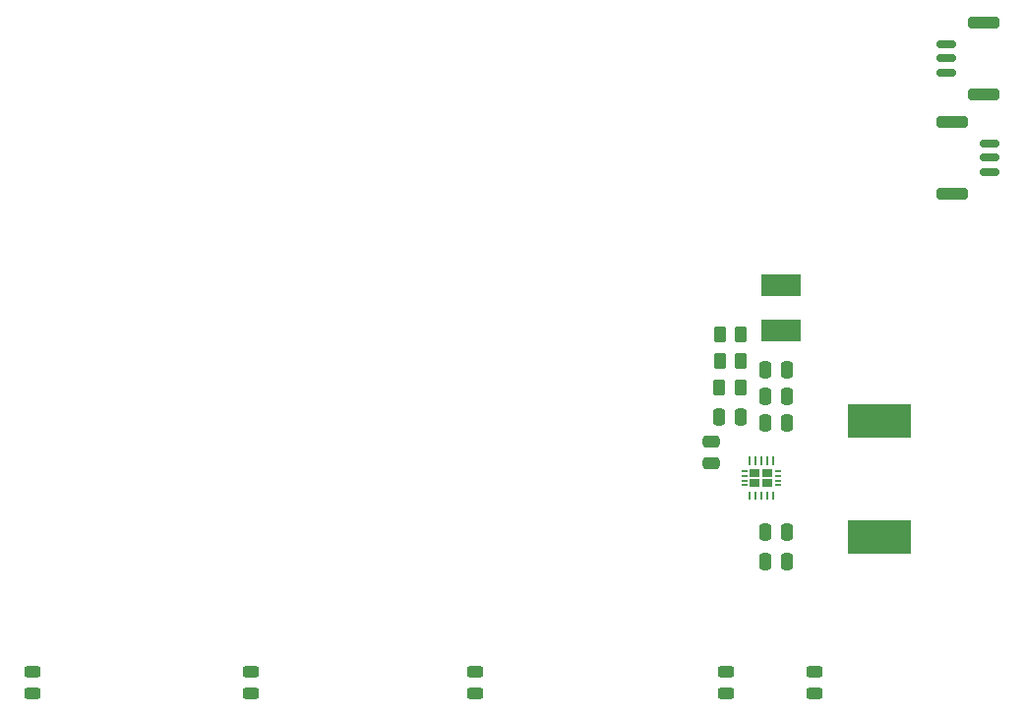
<source format=gbr>
%TF.GenerationSoftware,KiCad,Pcbnew,6.0.4-6f826c9f35~116~ubuntu20.04.1*%
%TF.CreationDate,2022-10-18T10:16:58+00:00*%
%TF.ProjectId,UST5BATT18650V01A,55535435-4241-4545-9431-383635305630,rev?*%
%TF.SameCoordinates,PX463f660PY87a6900*%
%TF.FileFunction,Paste,Bot*%
%TF.FilePolarity,Positive*%
%FSLAX46Y46*%
G04 Gerber Fmt 4.6, Leading zero omitted, Abs format (unit mm)*
G04 Created by KiCad (PCBNEW 6.0.4-6f826c9f35~116~ubuntu20.04.1) date 2022-10-18 10:16:58*
%MOMM*%
%LPD*%
G01*
G04 APERTURE LIST*
G04 Aperture macros list*
%AMRoundRect*
0 Rectangle with rounded corners*
0 $1 Rounding radius*
0 $2 $3 $4 $5 $6 $7 $8 $9 X,Y pos of 4 corners*
0 Add a 4 corners polygon primitive as box body*
4,1,4,$2,$3,$4,$5,$6,$7,$8,$9,$2,$3,0*
0 Add four circle primitives for the rounded corners*
1,1,$1+$1,$2,$3*
1,1,$1+$1,$4,$5*
1,1,$1+$1,$6,$7*
1,1,$1+$1,$8,$9*
0 Add four rect primitives between the rounded corners*
20,1,$1+$1,$2,$3,$4,$5,0*
20,1,$1+$1,$4,$5,$6,$7,0*
20,1,$1+$1,$6,$7,$8,$9,0*
20,1,$1+$1,$8,$9,$2,$3,0*%
G04 Aperture macros list end*
%ADD10RoundRect,0.250000X0.250000X0.475000X-0.250000X0.475000X-0.250000X-0.475000X0.250000X-0.475000X0*%
%ADD11RoundRect,0.243750X-0.456250X0.243750X-0.456250X-0.243750X0.456250X-0.243750X0.456250X0.243750X0*%
%ADD12RoundRect,0.150000X-0.700000X0.150000X-0.700000X-0.150000X0.700000X-0.150000X0.700000X0.150000X0*%
%ADD13RoundRect,0.250000X-1.100000X0.250000X-1.100000X-0.250000X1.100000X-0.250000X1.100000X0.250000X0*%
%ADD14RoundRect,0.250000X-0.262500X-0.450000X0.262500X-0.450000X0.262500X0.450000X-0.262500X0.450000X0*%
%ADD15RoundRect,0.250000X-0.475000X0.250000X-0.475000X-0.250000X0.475000X-0.250000X0.475000X0.250000X0*%
%ADD16R,5.500000X3.000000*%
%ADD17RoundRect,0.250000X0.262500X0.450000X-0.262500X0.450000X-0.262500X-0.450000X0.262500X-0.450000X0*%
%ADD18R,0.230000X0.230000*%
%ADD19O,0.230000X0.800000*%
%ADD20R,0.600000X0.150000*%
%ADD21R,0.600000X0.230000*%
%ADD22R,0.900000X0.650000*%
%ADD23RoundRect,0.150000X0.700000X-0.150000X0.700000X0.150000X-0.700000X0.150000X-0.700000X-0.150000X0*%
%ADD24RoundRect,0.250000X1.100000X-0.250000X1.100000X0.250000X-1.100000X0.250000X-1.100000X-0.250000X0*%
%ADD25R,3.400000X1.900000*%
G04 APERTURE END LIST*
D10*
%TO.C,C5*%
X81214000Y27432000D03*
X79314000Y27432000D03*
%TD*%
D11*
%TO.C,F4*%
X35052000Y6017500D03*
X35052000Y4142500D03*
%TD*%
D10*
%TO.C,C2*%
X81214000Y18034000D03*
X79314000Y18034000D03*
%TD*%
D12*
%TO.C,J1*%
X94924000Y60051000D03*
X94924000Y58801000D03*
X94924000Y57551000D03*
D13*
X98124000Y61901000D03*
X98124000Y55701000D03*
%TD*%
D14*
%TO.C,R2*%
X75391000Y30480000D03*
X77216000Y30480000D03*
%TD*%
D10*
%TO.C,C4*%
X77253500Y27940000D03*
X75353500Y27940000D03*
%TD*%
D11*
%TO.C,F5*%
X54356000Y6017500D03*
X54356000Y4142500D03*
%TD*%
D14*
%TO.C,R1*%
X75414500Y35052000D03*
X77239500Y35052000D03*
%TD*%
D10*
%TO.C,C7*%
X81214000Y32004000D03*
X79314000Y32004000D03*
%TD*%
D15*
%TO.C,C3*%
X74676000Y25842000D03*
X74676000Y23942000D03*
%TD*%
D16*
%TO.C,L1*%
X89154000Y17606000D03*
X89154000Y27606000D03*
%TD*%
D10*
%TO.C,C6*%
X81214000Y29718000D03*
X79314000Y29718000D03*
%TD*%
D11*
%TO.C,F2*%
X83566000Y6017500D03*
X83566000Y4142500D03*
%TD*%
D10*
%TO.C,C1*%
X81214000Y15494000D03*
X79314000Y15494000D03*
%TD*%
D17*
%TO.C,R3*%
X77239500Y32766000D03*
X75414500Y32766000D03*
%TD*%
D18*
%TO.C,X1*%
X79978000Y20895000D03*
D19*
X79978000Y21180000D03*
D18*
X79478000Y20895000D03*
D19*
X79478000Y21180000D03*
D18*
X78978000Y20895000D03*
D19*
X78978000Y21180000D03*
X78478000Y21180000D03*
D18*
X78478000Y20895000D03*
X77978000Y20895000D03*
D19*
X77978000Y21180000D03*
X77978000Y24130000D03*
D18*
X77978000Y24415000D03*
D19*
X78478000Y24130000D03*
D18*
X78478000Y24415000D03*
D19*
X78978000Y24130000D03*
D18*
X78978000Y24415000D03*
D19*
X79478000Y24130000D03*
D18*
X79478000Y24415000D03*
X79978000Y24415000D03*
D19*
X79978000Y24130000D03*
D20*
X77553000Y22055000D03*
X77553000Y23255000D03*
D21*
X77553000Y22055000D03*
D20*
X80403000Y22055000D03*
D22*
X79538000Y23090000D03*
D20*
X80403000Y22855000D03*
D21*
X77553000Y22455000D03*
X80403000Y22855000D03*
D20*
X77553000Y22855000D03*
X80403000Y23255000D03*
D21*
X77553000Y22855000D03*
D20*
X80403000Y22455000D03*
D22*
X78418000Y22220000D03*
D21*
X80403000Y22055000D03*
D22*
X79538000Y22220000D03*
X78418000Y23090000D03*
D20*
X77553000Y22455000D03*
D21*
X80403000Y23255000D03*
X77553000Y23255000D03*
X80403000Y22455000D03*
%TD*%
D23*
%TO.C,J2*%
X98624000Y48990000D03*
X98624000Y50240000D03*
X98624000Y51490000D03*
D24*
X95424000Y47140000D03*
X95424000Y53340000D03*
%TD*%
D11*
%TO.C,F3*%
X16256000Y6017500D03*
X16256000Y4142500D03*
%TD*%
%TO.C,F1*%
X75946000Y6017500D03*
X75946000Y4142500D03*
%TD*%
D25*
%TO.C,F6*%
X80645000Y35388000D03*
X80645000Y39288000D03*
%TD*%
M02*

</source>
